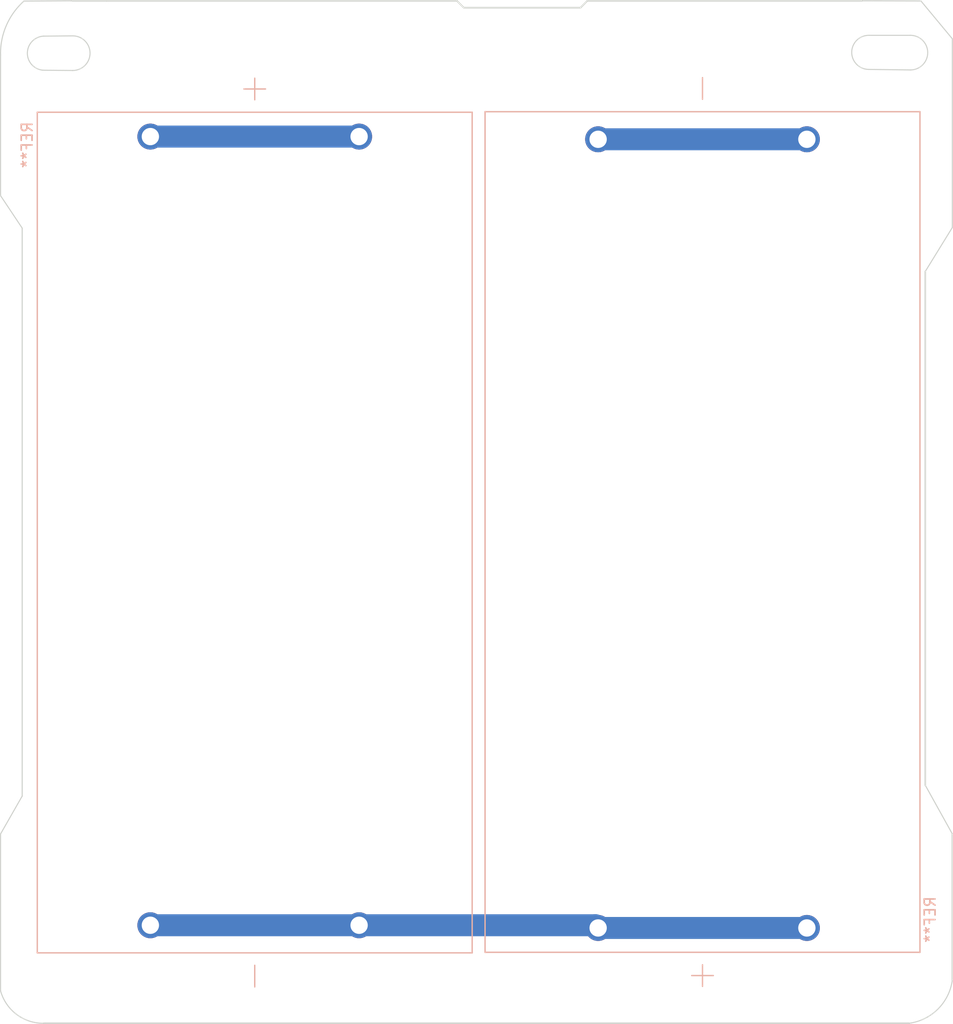
<source format=kicad_pcb>
(kicad_pcb (version 20241229) (generator "pcbnew") (generator_version "9.0")
  (layers (0 "F.Cu" signal) (4 "In1.Cu" signal) (6 "In2.Cu" signal) (2 "B.Cu" signal) (13 "F.Paste" user) (15 "B.Paste" user) (5 "F.SilkS" user "F.Silkscreen") (7 "B.SilkS" user "B.Silkscreen") (1 "F.Mask" user) (3 "B.Mask" user) (25 "Edge.Cuts" user))
  (net 0 "")
  (footprint "inspireFly-EPS-footprints:BAT_BK-18650-PC4" (layer "B.Cu") (at 61.5 74.15 -90)
    (property "Reference" "REF**" (at -35.825 21.045 90) (layer "B.SilkS") (effects (justify mirror)))
    (property "Value" "BAT_BK-18650-PC4")
    (fp_line (start -38.85 20.105) (end 38.85 20.105) (stroke (width 0.127)) (layer "B.SilkS"))
    (fp_line (start 38.85 20.105) (end 38.85 -20.105) (stroke (width 0.127)) (layer "B.SilkS"))
    (fp_line (start -41 1) (end -41 -1) (stroke (width 0.127)) (layer "B.SilkS"))
    (fp_line (start -42 0) (end -40 0) (stroke (width 0.127)) (layer "B.SilkS"))
    (fp_line (start 40 0) (end 42 0) (stroke (width 0.127)) (layer "B.SilkS"))
    (fp_line (start -38.85 -20.105) (end -38.85 20.105) (stroke (width 0.127)) (layer "B.SilkS"))
    (fp_line (start 38.85 -20.105) (end -38.85 -20.105) (stroke (width 0.127)) (layer "B.SilkS"))
    (pad "" np_thru_hole circle (at -27.81 -9.65 270) (size 3.2 3.2) (drill 3.2) (layers "*.Cu" "*.Mask"))
    (pad "" np_thru_hole circle (at -27.81 9.65 270) (size 3.2 3.2) (drill 3.2) (layers "*.Cu" "*.Mask"))
    (pad "" np_thru_hole circle (at 27.81 -9.65 270) (size 3.2 3.2) (drill 3.2) (layers "*.Cu" "*.Mask"))
    (pad "" np_thru_hole circle (at 27.81 9.65 270) (size 3.2 3.2) (drill 3.2) (layers "*.Cu" "*.Mask"))
    (pad "1+" thru_hole circle (at -36.6 9.65 270) (size 2.4 2.4) (drill 1.6) (layers "*.Cu" "*.Mask"))
    (pad "1-" thru_hole circle (at 36.3 9.65 270) (size 2.4 2.4) (drill 1.6) (layers "*.Cu" "*.Mask"))
    (pad "2+" thru_hole circle (at -36.6 -9.65 270) (size 2.4 2.4) (drill 1.6) (layers "*.Cu" "*.Mask"))
    (pad "2-" thru_hole circle (at 36.3 -9.65 270) (size 2.4 2.4) (drill 1.6) (layers "*.Cu" "*.Mask"))
  )
  (footprint "inspireFly-EPS-footprints:BAT_BK-18650-PC4" (layer "B.Cu") (at 102.9 74.1 90)
    (property "Reference" "REF**" (at -35.825 21.045 90) (layer "B.SilkS") (effects (justify mirror)))
    (property "Value" "BAT_BK-18650-PC4")
    (fp_line (start 38.85 -20.105) (end -38.85 -20.105) (stroke (width 0.127)) (layer "B.SilkS"))
    (fp_line (start -38.85 -20.105) (end -38.85 20.105) (stroke (width 0.127)) (layer "B.SilkS"))
    (fp_line (start 40 0) (end 42 0) (stroke (width 0.127)) (layer "B.SilkS"))
    (fp_line (start -42 0) (end -40 0) (stroke (width 0.127)) (layer "B.SilkS"))
    (fp_line (start -41 1) (end -41 -1) (stroke (width 0.127)) (layer "B.SilkS"))
    (fp_line (start 38.85 20.105) (end 38.85 -20.105) (stroke (width 0.127)) (layer "B.SilkS"))
    (fp_line (start -38.85 20.105) (end 38.85 20.105) (stroke (width 0.127)) (layer "B.SilkS"))
    (pad "" np_thru_hole circle (at -27.81 -9.65 90) (size 3.2 3.2) (drill 3.2) (layers "*.Cu" "*.Mask"))
    (pad "" np_thru_hole circle (at -27.81 9.65 90) (size 3.2 3.2) (drill 3.2) (layers "*.Cu" "*.Mask"))
    (pad "" np_thru_hole circle (at 27.81 -9.65 90) (size 3.2 3.2) (drill 3.2) (layers "*.Cu" "*.Mask"))
    (pad "" np_thru_hole circle (at 27.81 9.65 90) (size 3.2 3.2) (drill 3.2) (layers "*.Cu" "*.Mask"))
    (pad "1+" thru_hole circle (at -36.6 9.65 90) (size 2.4 2.4) (drill 1.6) (layers "*.Cu" "*.Mask"))
    (pad "1-" thru_hole circle (at 36.3 9.65 90) (size 2.4 2.4) (drill 1.6) (layers "*.Cu" "*.Mask"))
    (pad "2+" thru_hole circle (at -36.6 -9.65 90) (size 2.4 2.4) (drill 1.6) (layers "*.Cu" "*.Mask"))
    (pad "2-" thru_hole circle (at 36.3 -9.65 90) (size 2.4 2.4) (drill 1.6) (layers "*.Cu" "*.Mask"))
  )
  (gr_line (start 80.1925 25) (end 47.8075 25) (stroke (width 0.15)) (layer "Edge.Cuts"))
  (gr_arc (start 37.999338 30.010678) (mid 38.53423 27.280764) (end 40.162858 25.025523) (stroke (width 0.1)) (layer "Edge.Cuts"))
  (gr_arc (start 44.6725 28.24) (mid 46.272496 29.84) (end 44.6725 31.44) (stroke (width 0.1)) (layer "Edge.Cuts"))
  (gr_line (start 41.972277 28.265784) (end 44.6725 28.24) (stroke (width 0.1)) (layer "Edge.Cuts"))
  (gr_line (start 80.8275 25.635) (end 80.1925 25) (stroke (width 0.15)) (layer "Edge.Cuts"))
  (gr_line (start 41.922302 31.414991) (end 44.6725 31.44) (stroke (width 0.1)) (layer "Edge.Cuts"))
  (gr_line (start 125.999338 45.955) (end 125.999338 28.510678) (stroke (width 0.1)) (layer "Edge.Cuts"))
  (gr_line (start 91.6225 25.635) (end 92.2575 25) (stroke (width 0.15)) (layer "Edge.Cuts"))
  (gr_line (start 91.6225 25.635) (end 80.8275 25.635) (stroke (width 0.15)) (layer "Edge.Cuts"))
  (gr_line (start 123.0975 25.015) (end 125.999338 28.510678) (stroke (width 0.1)) (layer "Edge.Cuts"))
  (gr_arc (start 41.922302 31.414991) (mid 40.478092 29.817073) (end 41.972277 28.265784) (stroke (width 0.1)) (layer "Edge.Cuts"))
  (gr_line (start 123.499338 97.510678) (end 123.499338 50.010678) (stroke (width 0.15)) (layer "Edge.Cuts"))
  (gr_line (start 37.999338 30.010678) (end 37.999338 43.010678) (stroke (width 0.1)) (layer "Edge.Cuts"))
  (gr_line (start 37.999338 102.010678) (end 37.999338 116.510678) (stroke (width 0.1)) (layer "Edge.Cuts"))
  (gr_line (start 39.999338 98.510678) (end 37.999338 102.010678) (stroke (width 0.1)) (layer "Edge.Cuts"))
  (gr_arc (start 41.999338 119.510678) (mid 39.486941 118.693867) (end 37.999338 116.510678) (stroke (width 0.1)) (layer "Edge.Cuts"))
  (gr_line (start 125.999338 115.510678) (end 125.999338 102.010678) (stroke (width 0.15)) (layer "Edge.Cuts"))
  (gr_arc (start 125.999338 115.510678) (mid 124.675744 118.187084) (end 121.999338 119.510678) (stroke (width 0.1)) (layer "Edge.Cuts"))
  (gr_line (start 123.499338 97.510678) (end 125.999338 102.010678) (stroke (width 0.1)) (layer "Edge.Cuts"))
  (gr_line (start 125.999338 45.955) (end 123.499338 50.010678) (stroke (width 0.1)) (layer "Edge.Cuts"))
  (gr_line (start 118.2725 31.34) (end 122.1225 31.39) (stroke (width 0.1)) (layer "Edge.Cuts"))
  (gr_line (start 40.162858 25.025523) (end 44.6325 25) (stroke (width 0.1)) (layer "Edge.Cuts"))
  (gr_arc (start 118.2725 31.34) (mid 116.697694 29.740009) (end 118.322475 28.190793) (stroke (width 0.1)) (layer "Edge.Cuts"))
  (gr_line (start 37.999338 43.010678) (end 39.999338 46.010678) (stroke (width 0.1)) (layer "Edge.Cuts"))
  (gr_line (start 92.2575 25) (end 117.6575 25) (stroke (width 0.15)) (layer "Edge.Cuts"))
  (gr_line (start 122.1225 28.19) (end 118.322475 28.190793) (stroke (width 0.1)) (layer "Edge.Cuts"))
  (gr_line (start 39.999338 46.010678) (end 39.999338 98.510678) (stroke (width 0.1)) (layer "Edge.Cuts"))
  (gr_line (start 121.999338 119.510678) (end 41.999338 119.510678) (stroke (width 0.15)) (layer "Edge.Cuts"))
  (gr_arc (start 122.1225 28.19) (mid 123.722496 29.79) (end 122.1225 31.39) (stroke (width 0.1)) (layer "Edge.Cuts"))
  (gr_line (start 117.6575 25) (end 123.0975 25.015) (stroke (width 0.1)) (layer "Edge.Cuts"))
  (gr_line (start 44.6325 25) (end 47.8075 25) (stroke (width 0.15)) (layer "Edge.Cuts"))
  (segment (start 71.15 110.45) (end 93 110.45) (width 2.032) (layer "B.Cu") (net 0))
  (segment (start 93.25 37.8) (end 112.55 37.8) (width 2.032) (layer "B.Cu") (net 0))
  (segment (start 93 110.45) (end 93.25 110.7) (width 2.032) (layer "B.Cu") (net 0))
  (segment (start 93.25 110.7) (end 112.55 110.7) (width 2.032) (layer "B.Cu") (net 0))
  (segment (start 51.85 37.55) (end 71.15 37.55) (width 2.032) (layer "B.Cu") (net 0))
  (segment (start 51.85 110.45) (end 71.15 110.45) (width 2.032) (layer "B.Cu") (net 0))
)
</source>
